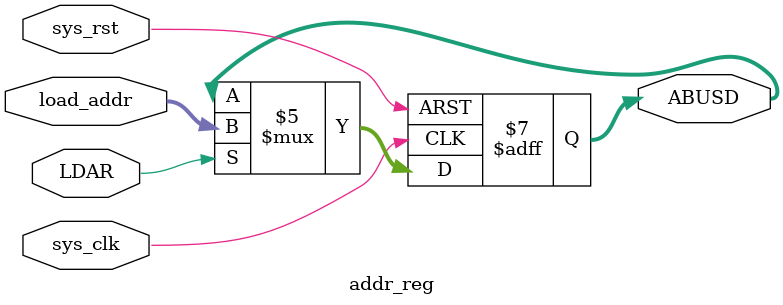
<source format=v>
module addr_reg(
load_addr,LDAR,ABUSD,sys_clk,sys_rst
);



input [7:0] load_addr;
input wire LDAR;
input sys_clk;
input sys_rst;
output reg [7:0] ABUSD;


    always @(posedge sys_clk or negedge sys_rst) begin
        if (!sys_rst) begin
         ABUSD<=8'd0;
        end
        else if (LDAR==1'd1) begin
            ABUSD<=load_addr;
        end
        else begin
            ABUSD<=ABUSD;
        end
    end

endmodule
</source>
